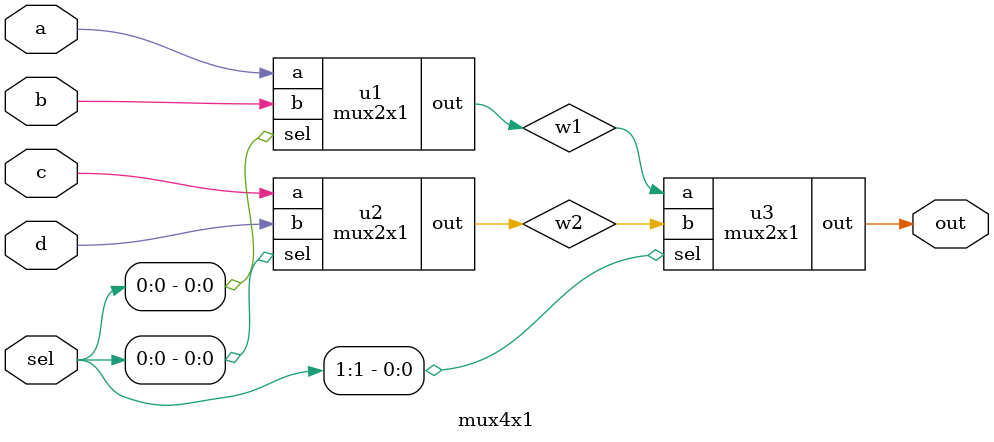
<source format=v>
/* Generated by Yosys 0.9 (git sha1 1979e0b) */

(* src = "rtl/mux4x1.v:36" *)
module mux2x1(a, b, sel, out);
  (* src = "rtl/mux4x1.v:37" *)
  input a;
  (* src = "rtl/mux4x1.v:37" *)
  input b;
  (* src = "rtl/mux4x1.v:38" *)
  output out;
  (* src = "rtl/mux4x1.v:37" *)
  input sel;
  assign out = sel ? b : a;
endmodule

(* top =  1  *)
(* src = "rtl/mux4x1.v:23" *)
module mux4x1(a, b, c, d, sel, out);
  (* src = "rtl/mux4x1.v:24" *)
  input a;
  (* src = "rtl/mux4x1.v:24" *)
  input b;
  (* src = "rtl/mux4x1.v:24" *)
  input c;
  (* src = "rtl/mux4x1.v:24" *)
  input d;
  (* src = "rtl/mux4x1.v:26" *)
  output out;
  (* src = "rtl/mux4x1.v:25" *)
  input [1:0] sel;
  (* src = "rtl/mux4x1.v:31" *)
  wire w1;
  (* src = "rtl/mux4x1.v:29" *)
  wire w2;
  (* module_not_derived = 32'd1 *)
  (* src = "rtl/mux4x1.v:31" *)
  mux2x1 u1 (
    .a(a),
    .b(b),
    .out(w1),
    .sel(sel[0])
  );
  (* module_not_derived = 32'd1 *)
  (* src = "rtl/mux4x1.v:32" *)
  mux2x1 u2 (
    .a(c),
    .b(d),
    .out(w2),
    .sel(sel[0])
  );
  (* module_not_derived = 32'd1 *)
  (* src = "rtl/mux4x1.v:33" *)
  mux2x1 u3 (
    .a(w1),
    .b(w2),
    .out(out),
    .sel(sel[1])
  );
endmodule

</source>
